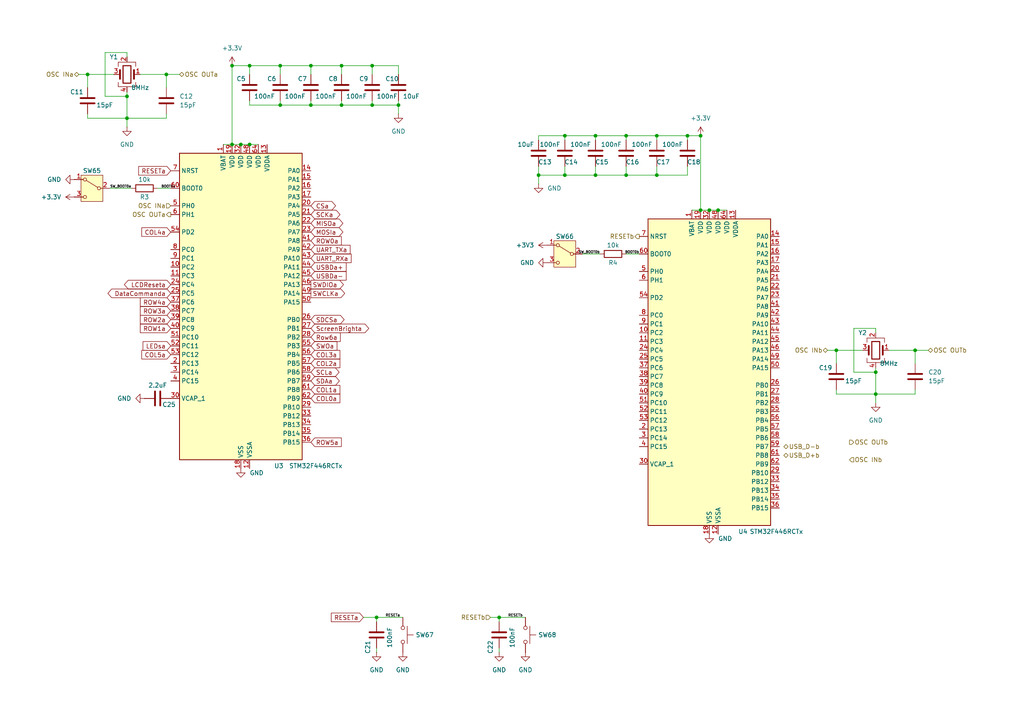
<source format=kicad_sch>
(kicad_sch (version 20250114) (generator "eeschema") (generator_version "9.0")
  (paper "A4")
  (title_block (title "STM32F10s"))
  (lib_symbols
    (symbol "Device:C" (pin_numbers (hide yes)) (pin_names (offset 0.254))
      (property "Reference" "C" (at 0.635 2.54 0))
      (property "Value" "C" (at 0.635 -2.54 0))
      (symbol "C_0_1"
        (polyline (pts (xy -2.032 0.762) (xy 2.032 0.762)) (stroke (width 0.508)))
        (polyline (pts (xy -2.032 -0.762) (xy 2.032 -0.762)) (stroke (width 0.508)))
      )
      (symbol "C_1_1"
        (pin passive line (at 0 3.81 270) (length 2.794) (name "~") (number "1"))
        (pin passive line (at 0 -3.81 90) (length 2.794) (name "~") (number "2"))
      )
    )
    (symbol "Device:Crystal_GND24" (pin_names (offset 1.016) (hide yes))
      (property "Reference" "Y" (at 3.175 5.08 0))
      (property "Value" "Crystal_GND24" (at 3.175 3.175 0))
      (symbol "Crystal_GND24_0_1"
        (polyline (pts (xy -2.54 2.286) (xy -2.54 3.556) (xy 2.54 3.556) (xy 2.54 2.286)))
        (polyline (pts (xy -2.54 0) (xy -2.032 0)))
        (polyline (pts (xy -2.54 -2.286) (xy -2.54 -3.556) (xy 2.54 -3.556) (xy 2.54 -2.286)))
        (polyline (pts (xy -2.032 -1.27) (xy -2.032 1.27)) (stroke (width 0.508)))
        (rectangle (start -1.143 2.54) (end 1.143 -2.54) (stroke (width 0.3048)))
        (polyline (pts (xy 0 3.556) (xy 0 3.81)))
        (polyline (pts (xy 0 -3.81) (xy 0 -3.556)))
        (polyline (pts (xy 2.032 0) (xy 2.54 0)))
        (polyline (pts (xy 2.032 -1.27) (xy 2.032 1.27)) (stroke (width 0.508)))
      )
      (symbol "Crystal_GND24_1_1"
        (pin passive line (at -3.81 0 0) (length 1.27) (name "1") (number "1"))
        (pin passive line (at 0 5.08 270) (length 1.27) (name "2") (number "2"))
        (pin passive line (at 0 -5.08 90) (length 1.27) (name "4") (number "4"))
        (pin passive line (at 3.81 0 180) (length 1.27) (name "3") (number "3"))
      )
    )
    (symbol "Device:R" (pin_numbers (hide yes)) (pin_names (offset 0))
      (property "Reference" "R" (at 2.032 0 90))
      (property "Value" "R" (at 0 0 90))
      (symbol "R_0_1"
        (rectangle (start -1.016 -2.54) (end 1.016 2.54) (stroke (width 0.254)))
      )
      (symbol "R_1_1"
        (pin passive line (at 0 3.81 270) (length 1.27) (name "~") (number "1"))
        (pin passive line (at 0 -3.81 90) (length 1.27) (name "~") (number "2"))
      )
    )
    (symbol "MCU_ST_STM32F4:STM32F446RCTx"
      (property "Reference" "U" (at -17.78 46.99 0))
      (property "Value" "STM32F446RCTx" (at 10.16 46.99 0))
      (symbol "STM32F446RCTx_0_1"
        (rectangle (start -17.78 -43.18) (end 17.78 45.72) (stroke (width 0.254)) (fill (type background)))
      )
      (symbol "STM32F446RCTx_1_1"
        (pin input line (at -20.32 40.64 0) (length 2.54) (name "NRST") (number "7"))
        (pin input line (at -20.32 35.56 0) (length 2.54) (name "BOOT0") (number "60"))
        (pin bidirectional line (at -20.32 30.48 0) (length 2.54) (name "PH0") (number "5"))
        (pin bidirectional line (at -20.32 27.94 0) (length 2.54) (name "PH1") (number "6"))
        (pin bidirectional line (at -20.32 22.86 0) (length 2.54) (name "PD2") (number "54"))
        (pin bidirectional line (at -20.32 17.78 0) (length 2.54) (name "PC0") (number "8"))
        (pin bidirectional line (at -20.32 15.24 0) (length 2.54) (name "PC1") (number "9"))
        (pin bidirectional line (at -20.32 12.7 0) (length 2.54) (name "PC2") (number "10"))
        (pin bidirectional line (at -20.32 10.16 0) (length 2.54) (name "PC3") (number "11"))
        (pin bidirectional line (at -20.32 7.62 0) (length 2.54) (name "PC4") (number "24"))
        (pin bidirectional line (at -20.32 5.08 0) (length 2.54) (name "PC5") (number "25"))
        (pin bidirectional line (at -20.32 2.54 0) (length 2.54) (name "PC6") (number "37"))
        (pin bidirectional line (at -20.32 0 0) (length 2.54) (name "PC7") (number "38"))
        (pin bidirectional line (at -20.32 -2.54 0) (length 2.54) (name "PC8") (number "39"))
        (pin bidirectional line (at -20.32 -5.08 0) (length 2.54) (name "PC9") (number "40"))
        (pin bidirectional line (at -20.32 -7.62 0) (length 2.54) (name "PC10") (number "51"))
        (pin bidirectional line (at -20.32 -10.16 0) (length 2.54) (name "PC11") (number "52"))
        (pin bidirectional line (at -20.32 -12.7 0) (length 2.54) (name "PC12") (number "53"))
        (pin bidirectional line (at -20.32 -15.24 0) (length 2.54) (name "PC13") (number "2"))
        (pin bidirectional line (at -20.32 -17.78 0) (length 2.54) (name "PC14") (number "3"))
        (pin bidirectional line (at -20.32 -20.32 0) (length 2.54) (name "PC15") (number "4"))
        (pin power_out line (at -20.32 -25.4 0) (length 2.54) (name "VCAP_1") (number "30"))
        (pin power_in line (at -5.08 48.26 270) (length 2.54) (name "VBAT") (number "1"))
        (pin power_in line (at -2.54 48.26 270) (length 2.54) (name "VDD") (number "19"))
        (pin power_in line (at 0 48.26 270) (length 2.54) (name "VDD") (number "32"))
        (pin power_in line (at 0 -45.72 90) (length 2.54) (name "VSS") (number "18"))
        (pin passive line (at 0 -45.72 90) (length 2.54) (hide yes) (name "VSS") (number "31"))
        (pin passive line (at 0 -45.72 90) (length 2.54) (hide yes) (name "VSS") (number "47"))
        (pin passive line (at 0 -45.72 90) (length 2.54) (hide yes) (name "VSS") (number "63"))
        (pin power_in line (at 2.54 48.26 270) (length 2.54) (name "VDD") (number "48"))
        (pin power_in line (at 2.54 -45.72 90) (length 2.54) (name "VSSA") (number "12"))
        (pin power_in line (at 5.08 48.26 270) (length 2.54) (name "VDD") (number "64"))
        (pin power_in line (at 7.62 48.26 270) (length 2.54) (name "VDDA") (number "13"))
        (pin bidirectional line (at 20.32 40.64 180) (length 2.54) (name "PA0") (number "14"))
        (pin bidirectional line (at 20.32 38.1 180) (length 2.54) (name "PA1") (number "15"))
        (pin bidirectional line (at 20.32 35.56 180) (length 2.54) (name "PA2") (number "16"))
        (pin bidirectional line (at 20.32 33.02 180) (length 2.54) (name "PA3") (number "17"))
        (pin bidirectional line (at 20.32 30.48 180) (length 2.54) (name "PA4") (number "20"))
        (pin bidirectional line (at 20.32 27.94 180) (length 2.54) (name "PA5") (number "21"))
        (pin bidirectional line (at 20.32 25.4 180) (length 2.54) (name "PA6") (number "22"))
        (pin bidirectional line (at 20.32 22.86 180) (length 2.54) (name "PA7") (number "23"))
        (pin bidirectional line (at 20.32 20.32 180) (length 2.54) (name "PA8") (number "41"))
        (pin bidirectional line (at 20.32 17.78 180) (length 2.54) (name "PA9") (number "42"))
        (pin bidirectional line (at 20.32 15.24 180) (length 2.54) (name "PA10") (number "43"))
        (pin bidirectional line (at 20.32 12.7 180) (length 2.54) (name "PA11") (number "44"))
        (pin bidirectional line (at 20.32 10.16 180) (length 2.54) (name "PA12") (number "45"))
        (pin bidirectional line (at 20.32 7.62 180) (length 2.54) (name "PA13") (number "46"))
        (pin bidirectional line (at 20.32 5.08 180) (length 2.54) (name "PA14") (number "49"))
        (pin bidirectional line (at 20.32 2.54 180) (length 2.54) (name "PA15") (number "50"))
        (pin bidirectional line (at 20.32 -2.54 180) (length 2.54) (name "PB0") (number "26"))
        (pin bidirectional line (at 20.32 -5.08 180) (length 2.54) (name "PB1") (number "27"))
        (pin bidirectional line (at 20.32 -7.62 180) (length 2.54) (name "PB2") (number "28"))
        (pin bidirectional line (at 20.32 -10.16 180) (length 2.54) (name "PB3") (number "55"))
        (pin bidirectional line (at 20.32 -12.7 180) (length 2.54) (name "PB4") (number "56"))
        (pin bidirectional line (at 20.32 -15.24 180) (length 2.54) (name "PB5") (number "57"))
        (pin bidirectional line (at 20.32 -17.78 180) (length 2.54) (name "PB6") (number "58"))
        (pin bidirectional line (at 20.32 -20.32 180) (length 2.54) (name "PB7") (number "59"))
        (pin bidirectional line (at 20.32 -22.86 180) (length 2.54) (name "PB8") (number "61"))
        (pin bidirectional line (at 20.32 -25.4 180) (length 2.54) (name "PB9") (number "62"))
        (pin bidirectional line (at 20.32 -27.94 180) (length 2.54) (name "PB10") (number "29"))
        (pin bidirectional line (at 20.32 -30.48 180) (length 2.54) (name "PB12") (number "33"))
        (pin bidirectional line (at 20.32 -33.02 180) (length 2.54) (name "PB13") (number "34"))
        (pin bidirectional line (at 20.32 -35.56 180) (length 2.54) (name "PB14") (number "35"))
        (pin bidirectional line (at 20.32 -38.1 180) (length 2.54) (name "PB15") (number "36"))
      )
    )
    (symbol "Switch:SW_Push" (pin_numbers (hide yes)) (pin_names (offset 1.016) (hide yes))
      (property "Reference" "SW" (at 1.27 2.54 0))
      (property "Value" "SW_Push" (at 0 -1.524 0))
      (symbol "SW_Push_0_1"
        (circle (center -2.032 0) (radius 0.508))
        (polyline (pts (xy 0 1.27) (xy 0 3.048)))
        (circle (center 2.032 0) (radius 0.508))
        (polyline (pts (xy 2.54 1.27) (xy -2.54 1.27)))
        (pin passive line (at -5.08 0 0) (length 2.54) (name "1") (number "1"))
        (pin passive line (at 5.08 0 180) (length 2.54) (name "2") (number "2"))
      )
    )
    (symbol "Switch:SW_SPDT" (pin_names (offset 0) (hide yes))
      (property "Reference" "SW" (at 0 5.08 0))
      (property "Value" "SW_SPDT" (at 0 -5.08 0))
      (symbol "SW_SPDT_0_1"
        (circle (center -2.032 0) (radius 0.4572))
        (polyline (pts (xy -1.651 0.254) (xy 1.651 2.286)))
        (circle (center 2.032 2.54) (radius 0.4572))
        (circle (center 2.032 -2.54) (radius 0.4572))
      )
      (symbol "SW_SPDT_1_1"
        (rectangle (start -3.175 3.81) (end 3.175 -3.81) (fill (type background)))
        (pin passive line (at -5.08 0 0) (length 2.54) (name "B") (number "2"))
        (pin passive line (at 5.08 2.54 180) (length 2.54) (name "A") (number "1"))
        (pin passive line (at 5.08 -2.54 180) (length 2.54) (name "C") (number "3"))
      )
    )
    (symbol "power:+3.3V" (power) (pin_numbers (hide yes)) (pin_names (offset 0) (hide yes))
      (property "Value" "+3.3V" (at 0 3.556 0))
      (symbol "+3.3V_0_1"
        (polyline (pts (xy -0.762 1.27) (xy 0 2.54)))
        (polyline (pts (xy 0 2.54) (xy 0.762 1.27)))
        (polyline (pts (xy 0 0) (xy 0 2.54)))
      )
      (symbol "+3.3V_1_1"
        (pin power_in line (at 0 0 90) (length 0) (name "~") (number "1"))
      )
    )
    (symbol "power:+3V3" (power) (pin_numbers (hide yes)) (pin_names (offset 0) (hide yes))
      (property "Value" "+3V3" (at 0 3.556 0))
      (symbol "+3V3_0_1"
        (polyline (pts (xy -0.762 1.27) (xy 0 2.54)))
        (polyline (pts (xy 0 2.54) (xy 0.762 1.27)))
        (polyline (pts (xy 0 0) (xy 0 2.54)))
      )
      (symbol "+3V3_1_1"
        (pin power_in line (at 0 0 90) (length 0) (name "~") (number "1"))
      )
    )
    (symbol "power:GND" (power) (pin_numbers (hide yes)) (pin_names (offset 0) (hide yes))
      (property "Value" "GND" (at 0 -3.81 0))
      (symbol "GND_0_1"
        (polyline (pts (xy 0 0) (xy 0 -1.27) (xy 1.27 -1.27) (xy 0 -2.54) (xy -1.27 -1.27) (xy 0 -1.27)))
      )
      (symbol "GND_1_1"
        (pin power_in line (at 0 0 270) (length 0) (name "~") (number "1"))
      )
    )
  )
  (junction (at 81.28 30.48))
  (junction (at 242.57 101.6))
  (junction (at 254 114.3))
  (junction (at 163.83 50.8))
  (junction (at 48.26 21.59))
  (junction (at 67.31 41.91))
  (junction (at 90.17 30.48))
  (junction (at 254 107.95))
  (junction (at 190.5 50.8))
  (junction (at 208.28 60.96))
  (junction (at 205.74 60.96))
  (junction (at 199.39 39.37))
  (junction (at 181.61 39.37))
  (junction (at 107.95 19.05))
  (junction (at 190.5 39.37))
  (junction (at 90.17 19.05))
  (junction (at 265.43 101.6))
  (junction (at 69.85 41.91))
  (junction (at 25.4 21.59))
  (junction (at 99.06 19.05))
  (junction (at 72.39 19.05))
  (junction (at 203.2 60.96))
  (junction (at 203.2 39.37))
  (junction (at 99.06 30.48))
  (junction (at 172.72 50.8))
  (junction (at 81.28 19.05))
  (junction (at 163.83 39.37))
  (junction (at 36.83 34.29))
  (junction (at 107.95 30.48))
  (junction (at 156.21 50.8))
  (junction (at 144.78 179.07))
  (junction (at 67.31 19.05))
  (junction (at 109.22 179.07))
  (junction (at 172.72 39.37))
  (junction (at 72.39 41.91))
  (junction (at 181.61 50.8))
  (junction (at 115.57 30.48))
  (junction (at 36.83 27.94))
  (wire (pts (xy 172.72 50.8) (xy 163.83 50.8)))
  (wire (pts (xy 49.53 54.61) (xy 45.72 54.61)))
  (wire (pts (xy 72.39 21.59) (xy 72.39 19.05)))
  (wire (pts (xy 156.21 50.8) (xy 156.21 53.34)))
  (wire (pts (xy 38.1 54.61) (xy 31.75 54.61)))
  (wire (pts (xy 81.28 29.21) (xy 81.28 30.48)))
  (wire (pts (xy 208.28 60.96) (xy 210.82 60.96)))
  (wire (pts (xy 203.2 60.96) (xy 205.74 60.96)))
  (wire (pts (xy 265.43 101.6) (xy 269.24 101.6)))
  (wire (pts (xy 48.26 34.29) (xy 48.26 33.02)))
  (wire (pts (xy 181.61 39.37) (xy 172.72 39.37)))
  (wire (pts (xy 99.06 29.21) (xy 99.06 30.48)))
  (wire (pts (xy 265.43 114.3) (xy 265.43 113.03)))
  (wire (pts (xy 199.39 48.26) (xy 199.39 50.8)))
  (wire (pts (xy 163.83 50.8) (xy 156.21 50.8)))
  (wire (pts (xy 115.57 29.21) (xy 115.57 30.48)))
  (wire (pts (xy 190.5 39.37) (xy 181.61 39.37)))
  (wire (pts (xy 67.31 41.91) (xy 69.85 41.91)))
  (wire (pts (xy 72.39 29.21) (xy 72.39 30.48)))
  (wire (pts (xy 257.81 101.6) (xy 265.43 101.6)))
  (wire (pts (xy 247.65 95.25) (xy 247.65 107.95)))
  (wire (pts (xy 25.4 21.59) (xy 33.02 21.59)))
  (wire (pts (xy 205.74 60.96) (xy 208.28 60.96)))
  (wire (pts (xy 173.99 73.66) (xy 168.91 73.66)))
  (wire (pts (xy 67.31 19.05) (xy 72.39 19.05)))
  (wire (pts (xy 242.57 114.3) (xy 254 114.3)))
  (wire (pts (xy 90.17 21.59) (xy 90.17 19.05)))
  (wire (pts (xy 36.83 34.29) (xy 48.26 34.29)))
  (wire (pts (xy 25.4 21.59) (xy 25.4 25.4)))
  (wire (pts (xy 105.41 179.07) (xy 109.22 179.07)))
  (wire (pts (xy 81.28 19.05) (xy 90.17 19.05)))
  (wire (pts (xy 242.57 101.6) (xy 242.57 105.41)))
  (wire (pts (xy 190.5 50.8) (xy 181.61 50.8)))
  (wire (pts (xy 36.83 27.94) (xy 36.83 34.29)))
  (wire (pts (xy 90.17 29.21) (xy 90.17 30.48)))
  (wire (pts (xy 81.28 30.48) (xy 90.17 30.48)))
  (wire (pts (xy 172.72 40.64) (xy 172.72 39.37)))
  (wire (pts (xy 36.83 15.24) (xy 36.83 16.51)))
  (wire (pts (xy 203.2 39.37) (xy 203.2 60.96)))
  (wire (pts (xy 30.48 15.24) (xy 30.48 27.94)))
  (wire (pts (xy 36.83 36.83) (xy 36.83 34.29)))
  (wire (pts (xy 240.03 101.6) (xy 242.57 101.6)))
  (wire (pts (xy 90.17 30.48) (xy 99.06 30.48)))
  (wire (pts (xy 40.64 21.59) (xy 48.26 21.59)))
  (wire (pts (xy 72.39 19.05) (xy 81.28 19.05)))
  (wire (pts (xy 242.57 114.3) (xy 242.57 113.03)))
  (wire (pts (xy 254 107.95) (xy 254 114.3)))
  (wire (pts (xy 30.48 15.24) (xy 36.83 15.24)))
  (wire (pts (xy 199.39 39.37) (xy 203.2 39.37)))
  (wire (pts (xy 163.83 39.37) (xy 156.21 39.37)))
  (wire (pts (xy 254 95.25) (xy 254 96.52)))
  (wire (pts (xy 254 114.3) (xy 265.43 114.3)))
  (wire (pts (xy 156.21 40.64) (xy 156.21 39.37)))
  (wire (pts (xy 200.66 60.96) (xy 203.2 60.96)))
  (wire (pts (xy 69.85 41.91) (xy 72.39 41.91)))
  (wire (pts (xy 163.83 50.8) (xy 163.83 48.26)))
  (wire (pts (xy 48.26 21.59) (xy 48.26 25.4)))
  (wire (pts (xy 115.57 33.02) (xy 115.57 30.48)))
  (wire (pts (xy 30.48 27.94) (xy 36.83 27.94)))
  (wire (pts (xy 99.06 21.59) (xy 99.06 19.05)))
  (wire (pts (xy 190.5 40.64) (xy 190.5 39.37)))
  (wire (pts (xy 144.78 179.07) (xy 152.4 179.07)))
  (wire (pts (xy 190.5 39.37) (xy 199.39 39.37)))
  (wire (pts (xy 25.4 34.29) (xy 36.83 34.29)))
  (wire (pts (xy 142.24 179.07) (xy 144.78 179.07)))
  (wire (pts (xy 247.65 95.25) (xy 254 95.25)))
  (wire (pts (xy 22.86 21.59) (xy 25.4 21.59)))
  (wire (pts (xy 67.31 19.05) (xy 67.31 41.91)))
  (wire (pts (xy 181.61 40.64) (xy 181.61 39.37)))
  (wire (pts (xy 64.77 41.91) (xy 67.31 41.91)))
  (wire (pts (xy 265.43 101.6) (xy 265.43 105.41)))
  (wire (pts (xy 90.17 19.05) (xy 99.06 19.05)))
  (wire (pts (xy 199.39 50.8) (xy 190.5 50.8)))
  (wire (pts (xy 144.78 187.96) (xy 144.78 189.23)))
  (wire (pts (xy 72.39 30.48) (xy 81.28 30.48)))
  (wire (pts (xy 144.78 180.34) (xy 144.78 179.07)))
  (wire (pts (xy 247.65 107.95) (xy 254 107.95)))
  (wire (pts (xy 99.06 30.48) (xy 107.95 30.48)))
  (wire (pts (xy 107.95 19.05) (xy 107.95 21.59)))
  (wire (pts (xy 25.4 34.29) (xy 25.4 33.02)))
  (wire (pts (xy 109.22 179.07) (xy 116.84 179.07)))
  (wire (pts (xy 81.28 21.59) (xy 81.28 19.05)))
  (wire (pts (xy 185.42 73.66) (xy 181.61 73.66)))
  (wire (pts (xy 181.61 50.8) (xy 172.72 50.8)))
  (wire (pts (xy 254 107.95) (xy 254 106.68)))
  (wire (pts (xy 48.26 21.59) (xy 52.07 21.59)))
  (wire (pts (xy 254 116.84) (xy 254 114.3)))
  (wire (pts (xy 72.39 41.91) (xy 74.93 41.91)))
  (wire (pts (xy 99.06 19.05) (xy 107.95 19.05)))
  (wire (pts (xy 190.5 48.26) (xy 190.5 50.8)))
  (wire (pts (xy 107.95 29.21) (xy 107.95 30.48)))
  (wire (pts (xy 156.21 50.8) (xy 156.21 48.26)))
  (wire (pts (xy 107.95 30.48) (xy 115.57 30.48)))
  (wire (pts (xy 163.83 40.64) (xy 163.83 39.37)))
  (wire (pts (xy 172.72 39.37) (xy 163.83 39.37)))
  (wire (pts (xy 242.57 101.6) (xy 250.19 101.6)))
  (wire (pts (xy 115.57 19.05) (xy 115.57 21.59)))
  (wire (pts (xy 172.72 48.26) (xy 172.72 50.8)))
  (wire (pts (xy 109.22 187.96) (xy 109.22 189.23)))
  (wire (pts (xy 107.95 19.05) (xy 115.57 19.05)))
  (wire (pts (xy 36.83 27.94) (xy 36.83 26.67)))
  (wire (pts (xy 199.39 39.37) (xy 199.39 40.64)))
  (wire (pts (xy 181.61 48.26) (xy 181.61 50.8)))
  (wire (pts (xy 109.22 180.34) (xy 109.22 179.07)))
  (label "BOOT0a" (at 46.736 54.61 0) (effects (font (size 0.7 0.7))))
  (label "RESETa" (at 111.76 179.07 0) (effects (font (size 0.762 0.762))))
  (label "SW_BOOT0b" (at 173.99 73.66 180) (effects (font (size 0.7 0.7))))
  (label "RESETb" (at 147.32 179.07 0) (effects (font (size 0.762 0.762))))
  (label "BOOT0b" (at 185.42 73.66 180) (effects (font (size 0.7 0.7))))
  (label "SW_BOOT0a" (at 38.1 54.61 180) (effects (font (size 0.7 0.7))))
  (global_label "RESETa" (shape input) (at 105.41 179.07 180) (property "Intersheetrefs" "${INTERSHEET_REFS}" (effects (hide yes))))
  (global_label "COL1a" (shape input) (at 90.17 113.03 0) (property "Intersheetrefs" "${INTERSHEET_REFS}" (effects (hide yes))))
  (global_label "SWDIOa" (shape output) (at 90.17 82.55 0) (property "Intersheetrefs" "${INTERSHEET_REFS}" (effects (hide yes))))
  (global_label "MOSIa" (shape bidirectional) (at 90.17 67.31 0) (property "Intersheetrefs" "${INTERSHEET_REFS}" (effects (hide yes))))
  (global_label "RESETa" (shape input) (at 49.53 49.53 180) (property "Intersheetrefs" "${INTERSHEET_REFS}" (effects (hide yes))))
  (global_label "COL5a" (shape input) (at 49.53 102.87 180) (property "Intersheetrefs" "${INTERSHEET_REFS}" (effects (hide yes))))
  (global_label "LCDReseta" (shape bidirectional) (at 49.53 82.55 180) (property "Intersheetrefs" "${INTERSHEET_REFS}" (effects (hide yes))))
  (global_label "Row6a" (shape input) (at 90.17 97.79 0) (property "Intersheetrefs" "${INTERSHEET_REFS}" (effects (hide yes))))
  (global_label "ROW2a" (shape input) (at 49.53 92.71 180) (property "Intersheetrefs" "${INTERSHEET_REFS}" (effects (hide yes))))
  (global_label "UART_TXa" (shape input) (at 90.17 72.39 0) (property "Intersheetrefs" "${INTERSHEET_REFS}" (effects (hide yes))))
  (global_label "LEDsa" (shape input) (at 49.53 100.33 180) (property "Intersheetrefs" "${INTERSHEET_REFS}" (effects (hide yes))))
  (global_label "SWCLKa" (shape output) (at 90.17 85.09 0) (property "Intersheetrefs" "${INTERSHEET_REFS}" (effects (hide yes))))
  (global_label "COL3a" (shape input) (at 90.17 102.87 0) (property "Intersheetrefs" "${INTERSHEET_REFS}" (effects (hide yes))))
  (global_label "UART_RXa" (shape input) (at 90.17 74.93 0) (property "Intersheetrefs" "${INTERSHEET_REFS}" (effects (hide yes))))
  (global_label "DataCommanda" (shape bidirectional) (at 49.53 85.09 180) (property "Intersheetrefs" "${INTERSHEET_REFS}" (effects (hide yes))))
  (global_label "SCKa" (shape bidirectional) (at 90.17 62.23 0) (property "Intersheetrefs" "${INTERSHEET_REFS}" (effects (hide yes))))
  (global_label "ROW0a" (shape input) (at 90.17 69.85 0) (property "Intersheetrefs" "${INTERSHEET_REFS}" (effects (hide yes))))
  (global_label "SCLa" (shape bidirectional) (at 90.17 107.95 0) (property "Intersheetrefs" "${INTERSHEET_REFS}" (effects (hide yes))))
  (global_label "ROW1a" (shape input) (at 49.53 95.25 180) (property "Intersheetrefs" "${INTERSHEET_REFS}" (effects (hide yes))))
  (global_label "MISOa" (shape bidirectional) (at 90.17 64.77 0) (property "Intersheetrefs" "${INTERSHEET_REFS}" (effects (hide yes))))
  (global_label "SDCSa" (shape bidirectional) (at 90.17 92.71 0) (property "Intersheetrefs" "${INTERSHEET_REFS}" (effects (hide yes))))
  (global_label "ROW5a" (shape input) (at 90.17 128.27 0) (property "Intersheetrefs" "${INTERSHEET_REFS}" (effects (hide yes))))
  (global_label "CSa" (shape bidirectional) (at 90.17 59.69 0) (property "Intersheetrefs" "${INTERSHEET_REFS}" (effects (hide yes))))
  (global_label "USBDa+" (shape input) (at 90.17 77.47 0) (property "Intersheetrefs" "${INTERSHEET_REFS}" (effects (hide yes))))
  (global_label "SWOa" (shape input) (at 90.17 100.33 0) (property "Intersheetrefs" "${INTERSHEET_REFS}" (effects (hide yes))))
  (global_label "ROW3a" (shape input) (at 49.53 90.17 180) (property "Intersheetrefs" "${INTERSHEET_REFS}" (effects (hide yes))))
  (global_label "COL0a" (shape input) (at 90.17 115.57 0) (property "Intersheetrefs" "${INTERSHEET_REFS}" (effects (hide yes))))
  (global_label "COL4a" (shape input) (at 49.53 67.31 180) (property "Intersheetrefs" "${INTERSHEET_REFS}" (effects (hide yes))))
  (global_label "ScreenBrighta" (shape bidirectional) (at 90.17 95.25 0) (property "Intersheetrefs" "${INTERSHEET_REFS}" (effects (hide yes))))
  (global_label "ROW4a" (shape input) (at 49.53 87.63 180) (property "Intersheetrefs" "${INTERSHEET_REFS}" (effects (hide yes))))
  (global_label "USBDa-" (shape input) (at 90.17 80.01 0) (property "Intersheetrefs" "${INTERSHEET_REFS}" (effects (hide yes))))
  (global_label "SDAa" (shape bidirectional) (at 90.17 110.49 0) (property "Intersheetrefs" "${INTERSHEET_REFS}" (effects (hide yes))))
  (global_label "COL2a" (shape input) (at 90.17 105.41 0) (property "Intersheetrefs" "${INTERSHEET_REFS}" (effects (hide yes))))
  (hierarchical_label "OSC OUTa" (shape bidirectional) (at 52.07 21.59 0))
  (hierarchical_label "OSC INa" (shape bidirectional) (at 22.86 21.59 180))
  (hierarchical_label "OSC INb" (shape input) (at 246.38 133.35 0))
  (hierarchical_label "USB_D+b" (shape bidirectional) (at 227.33 132.08 0))
  (hierarchical_label "OSC INb" (shape bidirectional) (at 240.03 101.6 180))
  (hierarchical_label "RESETb" (shape input) (at 142.24 179.07 180))
  (hierarchical_label "OSC OUTa" (shape output) (at 49.53 62.23 180))
  (hierarchical_label "OSC INa" (shape input) (at 49.53 59.69 180))
  (hierarchical_label "USB_D-b" (shape bidirectional) (at 227.33 129.54 0))
  (hierarchical_label "OSC OUTb" (shape output) (at 246.38 128.27 0))
  (hierarchical_label "OSC OUTb" (shape bidirectional) (at 269.24 101.6 0))
  (hierarchical_label "RESETb" (shape output) (at 185.42 68.58 180))
  (symbol (lib_id "power:+3V3") (at 158.75 71.12 90) (unit 1)
    (property "Reference" "#PWR033" (effects (hide yes)))
    (property "Value" "+3V3" (at 154.94 71.1201 90) (effects (justify left)))
    (property "Description" "Power symbol creates a global label with name \"+3V3\"" (effects (hide yes)))
  )
  (symbol (lib_id "power:GND") (at 69.85 135.89 0) (unit 1)
    (property "Reference" "#PWR035" (effects (hide yes)))
    (property "Value" "GND" (at 72.39 137.1599 0) (effects (justify left)))
    (property "Description" "Power symbol creates a global label with name \"GND\" , ground" (effects (hide yes)))
  )
  (symbol (lib_id "power:GND") (at 21.59 52.07 270) (unit 1)
    (property "Reference" "#PWR029" (effects (hide yes)))
    (property "Value" "GND" (at 17.78 52.0701 90) (effects (justify right)))
    (property "Description" "Power symbol creates a global label with name \"GND\" , ground" (effects (hide yes)))
  )
  (symbol (lib_id "power:GND") (at 152.4 189.23 0) (unit 1)
    (property "Reference" "#PWR040" (effects (hide yes)))
    (property "Value" "GND" (at 152.4 194.31 0))
    (property "Description" "Power symbol creates a global label with name \"GND\" , ground" (effects (hide yes)))
  )
  (symbol (lib_id "Device:R") (at 177.8 73.66 270) (unit 1)
    (property "Reference" "R4" (at 177.8 76.2 90))
    (property "Value" "10k" (at 177.8 71.12 90))
    (property "Footprint" "Resistor_SMD:R_0402_1005Metric_Pad0.72x0.64mm_HandSolder" (effects (hide yes)))
  )
  (symbol (lib_id "power:GND") (at 156.21 53.34 0) (unit 1)
    (property "Reference" "#PWR030" (effects (hide yes)))
    (property "Value" "GND" (at 158.75 54.6099 0) (effects (justify left)))
    (property "Description" "Power symbol creates a global label with name \"GND\" , ground" (effects (hide yes)))
  )
  (symbol (lib_id "Device:C") (at 163.83 44.45 180) (unit 1)
    (property "Reference" "C14" (at 167.64 46.99 0) (effects (justify left)))
    (property "Value" "100nF" (at 162.56 41.91 0) (effects (justify left)))
    (property "Footprint" "Capacitor_SMD:C_0201_0603Metric_Pad0.64x0.40mm_HandSolder" (effects (hide yes)))
  )
  (symbol (lib_id "power:GND") (at 158.75 76.2 270) (unit 1)
    (property "Reference" "#PWR032" (effects (hide yes)))
    (property "Value" "GND" (at 154.94 76.2001 90) (effects (justify right)))
    (property "Description" "Power symbol creates a global label with name \"GND\" , ground" (effects (hide yes)))
  )
  (symbol (lib_id "power:GND") (at 41.91 115.57 270) (unit 1)
    (property "Reference" "#PWR0107" (effects (hide yes)))
    (property "Value" "GND" (at 38.1 115.5699 90) (effects (justify right)))
    (property "Description" "Power symbol creates a global label with name \"GND\" , ground" (effects (hide yes)))
  )
  (symbol (lib_id "Device:C") (at 115.57 25.4 0) (unit 1)
    (property "Reference" "C10" (at 111.76 22.86 0) (effects (justify left)))
    (property "Value" "10uF" (at 116.84 27.94 0) (effects (justify left)))
    (property "Footprint" "Capacitor_SMD:C_1206_3216Metric_Pad1.33x1.80mm_HandSolder" (effects (hide yes)))
  )
  (symbol (lib_id "Switch:SW_Push") (at 152.4 184.15 270) (unit 1)
    (property "Reference" "SW68" (at 158.75 184.15 90))
    (property "Value" "SW_Push" (effects (hide yes)))
    (property "Footprint" "Custom Lib:SW_TL3330_EWI" (effects (hide yes)))
  )
  (symbol (lib_id "Switch:SW_Push") (at 116.84 184.15 270) (unit 1)
    (property "Reference" "SW67" (at 123.19 184.15 90))
    (property "Value" "SW_Push" (effects (hide yes)))
    (property "Footprint" "Custom Lib:SW_TL3330_EWI" (effects (hide yes)))
  )
  (symbol (lib_id "Device:C") (at 109.22 184.15 180) (unit 1)
    (property "Reference" "C21" (at 106.68 187.706 90))
    (property "Value" "100nF" (at 113.03 184.912 90))
    (property "Footprint" "Capacitor_SMD:C_0201_0603Metric_Pad0.64x0.40mm_HandSolder" (effects (hide yes)))
  )
  (symbol (lib_id "Device:R") (at 41.91 54.61 270) (unit 1)
    (property "Reference" "R3" (at 41.91 57.15 90))
    (property "Value" "10k" (at 41.91 52.07 90))
    (property "Footprint" "Resistor_SMD:R_0402_1005Metric_Pad0.72x0.64mm_HandSolder" (effects (hide yes)))
  )
  (symbol (lib_id "power:+3.3V") (at 67.31 19.05 0) (unit 1)
    (property "Reference" "#PWR025" (effects (hide yes)))
    (property "Value" "+3.3V" (at 67.31 13.97 0))
    (property "Description" "Power symbol creates a global label with name \"+3.3V\"" (effects (hide yes)))
  )
  (symbol (lib_id "Device:C") (at 72.39 25.4 0) (unit 1)
    (property "Reference" "C5" (at 68.58 22.86 0) (effects (justify left)))
    (property "Value" "100nF" (at 73.66 27.94 0) (effects (justify left)))
    (property "Footprint" "Capacitor_SMD:C_0201_0603Metric_Pad0.64x0.40mm_HandSolder" (effects (hide yes)))
  )
  (symbol (lib_id "Device:C") (at 190.5 44.45 180) (unit 1)
    (property "Reference" "C17" (at 194.31 46.99 0) (effects (justify left)))
    (property "Value" "100nF" (at 189.23 41.91 0) (effects (justify left)))
    (property "Footprint" "Capacitor_SMD:C_0201_0603Metric_Pad0.64x0.40mm_HandSolder" (effects (hide yes)))
  )
  (symbol (lib_id "power:GND") (at 115.57 33.02 0) (unit 1)
    (property "Reference" "#PWR026" (effects (hide yes)))
    (property "Value" "GND" (at 115.57 38.1 0))
    (property "Description" "Power symbol creates a global label with name \"GND\" , ground" (effects (hide yes)))
  )
  (symbol (lib_id "power:GND") (at 109.22 189.23 0) (unit 1)
    (property "Reference" "#PWR037" (effects (hide yes)))
    (property "Value" "GND" (at 109.22 194.31 0))
    (property "Description" "Power symbol creates a global label with name \"GND\" , ground" (effects (hide yes)))
  )
  (symbol (lib_id "MCU_ST_STM32F4:STM32F446RCTx") (at 69.85 90.17 0) (unit 1)
    (property "Reference" "U3" (at 79.502 135.128 0) (effects (justify left)))
    (property "Value" "STM32F446RCTx" (at 83.82 135.128 0) (effects (justify left)))
    (property "Footprint" "Package_QFP:LQFP-64_10x10mm_P0.5mm" (effects (hide yes)))
    (property "Datasheet" "https://www.st.com/resource/en/datasheet/stm32f446rc.pdf" (effects (hide yes)))
    (property "Description" "STMicroelectronics Arm Cortex-M4 MCU, 256KB flash, 128KB RAM, 180 MHz, 1.8-3.6V, 50 GPIO, LQFP64" (effects (hide yes)))
  )
  (symbol (lib_id "Switch:SW_SPDT") (at 163.83 73.66 0) (mirror y) (unit 1)
    (property "Reference" "SW66" (at 163.83 68.58 0))
    (property "Value" "SW_SPDT" (effects (hide yes)))
    (property "Footprint" "Custom Lib:SLW-66527511-SMT-TR_CUD" (effects (hide yes)))
  )
  (symbol (lib_id "Device:C") (at 265.43 109.22 0) (unit 1)
    (property "Reference" "C20" (at 269.24 107.9499 0) (effects (justify left)))
    (property "Value" "15pF" (at 269.24 110.4899 0) (effects (justify left)))
    (property "Footprint" "Capacitor_SMD:C_0402_1005Metric_Pad0.74x0.62mm_HandSolder" (effects (hide yes)))
  )
  (symbol (lib_id "Device:Crystal_GND24") (at 36.83 21.59 0) (mirror y) (unit 1)
    (property "Reference" "Y1" (at 33.02 16.51 0))
    (property "Value" "8MHz" (at 40.64 25.4 0))
    (property "Footprint" "Crystal:Crystal_SMD_Abracon_ABM3B-4Pin_5.0x3.2mm" (effects (hide yes)))
  )
  (symbol (lib_id "Device:C") (at 172.72 44.45 180) (unit 1)
    (property "Reference" "C15" (at 176.53 46.99 0) (effects (justify left)))
    (property "Value" "100nF" (at 171.45 41.91 0) (effects (justify left)))
    (property "Footprint" "Capacitor_SMD:C_0201_0603Metric_Pad0.64x0.40mm_HandSolder" (effects (hide yes)))
  )
  (symbol (lib_id "Device:C") (at 156.21 44.45 180) (unit 1)
    (property "Reference" "C13" (at 160.02 46.99 0) (effects (justify left)))
    (property "Value" "10uF" (at 154.94 41.91 0) (effects (justify left)))
    (property "Footprint" "Capacitor_SMD:C_1206_3216Metric_Pad1.33x1.80mm_HandSolder" (effects (hide yes)))
  )
  (symbol (lib_id "Device:C") (at 90.17 25.4 0) (unit 1)
    (property "Reference" "C7" (at 86.36 22.86 0) (effects (justify left)))
    (property "Value" "100nF" (at 91.44 27.94 0) (effects (justify left)))
    (property "Footprint" "Capacitor_SMD:C_0201_0603Metric_Pad0.64x0.40mm_HandSolder" (effects (hide yes)))
  )
  (symbol (lib_id "Device:C") (at 25.4 29.21 0) (unit 1)
    (property "Reference" "C11" (at 20.32 26.67 0) (effects (justify left)))
    (property "Value" "15pF" (at 27.94 30.48 0) (effects (justify left)))
    (property "Footprint" "Capacitor_SMD:C_0402_1005Metric_Pad0.74x0.62mm_HandSolder" (effects (hide yes)))
  )
  (symbol (lib_id "Device:C") (at 48.26 29.21 0) (unit 1)
    (property "Reference" "C12" (at 52.07 27.9399 0) (effects (justify left)))
    (property "Value" "15pF" (at 52.07 30.4799 0) (effects (justify left)))
    (property "Footprint" "Capacitor_SMD:C_0402_1005Metric_Pad0.74x0.62mm_HandSolder" (effects (hide yes)))
  )
  (symbol (lib_id "power:GND") (at 36.83 36.83 0) (unit 1)
    (property "Reference" "#PWR027" (effects (hide yes)))
    (property "Value" "GND" (at 36.83 41.91 0))
    (property "Description" "Power symbol creates a global label with name \"GND\" , ground" (effects (hide yes)))
  )
  (symbol (lib_id "Device:C") (at 144.78 184.15 180) (unit 1)
    (property "Reference" "C22" (at 142.24 187.706 90))
    (property "Value" "100nF" (at 148.59 184.912 90))
    (property "Footprint" "Capacitor_SMD:C_0201_0603Metric_Pad0.64x0.40mm_HandSolder" (effects (hide yes)))
  )
  (symbol (lib_id "Device:C") (at 242.57 109.22 0) (unit 1)
    (property "Reference" "C19" (at 237.49 106.68 0) (effects (justify left)))
    (property "Value" "15pF" (at 245.11 110.49 0) (effects (justify left)))
    (property "Footprint" "Capacitor_SMD:C_0402_1005Metric_Pad0.74x0.62mm_HandSolder" (effects (hide yes)))
  )
  (symbol (lib_id "Device:Crystal_GND24") (at 254 101.6 0) (mirror y) (unit 1)
    (property "Reference" "Y2" (at 250.19 96.52 0))
    (property "Value" "8MHz" (at 257.81 105.41 0))
    (property "Footprint" "Crystal:Crystal_SMD_Abracon_ABM3B-4Pin_5.0x3.2mm" (effects (hide yes)))
  )
  (symbol (lib_id "power:+3.3V") (at 21.59 57.15 90) (unit 1)
    (property "Reference" "#PWR031" (effects (hide yes)))
    (property "Value" "+3.3V" (at 17.78 57.1501 90) (effects (justify left)))
    (property "Description" "Power symbol creates a global label with name \"+3.3V\"" (effects (hide yes)))
  )
  (symbol (lib_id "power:GND") (at 254 116.84 0) (unit 1)
    (property "Reference" "#PWR034" (effects (hide yes)))
    (property "Value" "GND" (at 254 121.92 0))
    (property "Description" "Power symbol creates a global label with name \"GND\" , ground" (effects (hide yes)))
  )
  (symbol (lib_id "power:GND") (at 144.78 189.23 0) (unit 1)
    (property "Reference" "#PWR039" (effects (hide yes)))
    (property "Value" "GND" (at 144.78 194.31 0))
    (property "Description" "Power symbol creates a global label with name \"GND\" , ground" (effects (hide yes)))
  )
  (symbol (lib_id "Device:C") (at 181.61 44.45 180) (unit 1)
    (property "Reference" "C16" (at 185.42 46.99 0) (effects (justify left)))
    (property "Value" "100nF" (at 180.34 41.91 0) (effects (justify left)))
    (property "Footprint" "Capacitor_SMD:C_0201_0603Metric_Pad0.64x0.40mm_HandSolder" (effects (hide yes)))
  )
  (symbol (lib_id "MCU_ST_STM32F4:STM32F446RCTx") (at 205.74 109.22 0) (unit 1)
    (property "Reference" "U4" (at 214.122 154.178 0) (effects (justify left)))
    (property "Value" "STM32F446RCTx" (at 217.424 154.178 0) (effects (justify left)))
    (property "Footprint" "Package_QFP:LQFP-64_10x10mm_P0.5mm" (effects (hide yes)))
    (property "Datasheet" "https://www.st.com/resource/en/datasheet/stm32f446rc.pdf" (effects (hide yes)))
    (property "Description" "STMicroelectronics Arm Cortex-M4 MCU, 256KB flash, 128KB RAM, 180 MHz, 1.8-3.6V, 50 GPIO, LQFP64" (effects (hide yes)))
  )
  (symbol (lib_id "power:GND") (at 116.84 189.23 0) (unit 1)
    (property "Reference" "#PWR038" (effects (hide yes)))
    (property "Value" "GND" (at 116.84 194.31 0))
    (property "Description" "Power symbol creates a global label with name \"GND\" , ground" (effects (hide yes)))
  )
  (symbol (lib_id "Device:C") (at 45.72 115.57 90) (unit 1)
    (property "Reference" "C25" (at 49.022 117.348 90))
    (property "Value" "2.2uF" (at 45.72 111.76 90))
    (property "Description" "Unpolarized capacitor" (effects (hide yes)))
  )
  (symbol (lib_id "Device:C") (at 99.06 25.4 0) (unit 1)
    (property "Reference" "C8" (at 95.25 22.86 0) (effects (justify left)))
    (property "Value" "100nF" (at 100.33 27.94 0) (effects (justify left)))
    (property "Footprint" "Capacitor_SMD:C_0201_0603Metric_Pad0.64x0.40mm_HandSolder" (effects (hide yes)))
  )
  (symbol (lib_id "Device:C") (at 199.39 44.45 180) (unit 1)
    (property "Reference" "C18" (at 203.2 46.99 0) (effects (justify left)))
    (property "Value" "100nF" (at 198.12 41.91 0) (effects (justify left)))
    (property "Footprint" "Capacitor_SMD:C_0201_0603Metric_Pad0.64x0.40mm_HandSolder" (effects (hide yes)))
  )
  (symbol (lib_id "power:+3.3V") (at 203.2 39.37 0) (unit 1)
    (property "Reference" "#PWR028" (effects (hide yes)))
    (property "Value" "+3.3V" (at 203.2 34.29 0))
    (property "Description" "Power symbol creates a global label with name \"+3.3V\"" (effects (hide yes)))
  )
  (symbol (lib_id "power:GND") (at 205.74 154.94 0) (unit 1)
    (property "Reference" "#PWR036" (effects (hide yes)))
    (property "Value" "GND" (at 208.28 156.2099 0) (effects (justify left)))
    (property "Description" "Power symbol creates a global label with name \"GND\" , ground" (effects (hide yes)))
  )
  (symbol (lib_id "Device:C") (at 107.95 25.4 0) (unit 1)
    (property "Reference" "C9" (at 104.14 22.86 0) (effects (justify left)))
    (property "Value" "100nF" (at 109.22 27.94 0) (effects (justify left)))
    (property "Footprint" "Capacitor_SMD:C_0201_0603Metric_Pad0.64x0.40mm_HandSolder" (effects (hide yes)))
  )
  (symbol (lib_id "Switch:SW_SPDT") (at 26.67 54.61 0) (mirror y) (unit 1)
    (property "Reference" "SW65" (at 26.67 49.53 0))
    (property "Value" "SW_SPDT" (effects (hide yes)))
    (property "Footprint" "Custom Lib:SLW-66527511-SMT-TR_CUD" (effects (hide yes)))
  )
  (symbol (lib_id "Device:C") (at 81.28 25.4 0) (unit 1)
    (property "Reference" "C6" (at 77.47 22.86 0) (effects (justify left)))
    (property "Value" "100nF" (at 82.55 27.94 0) (effects (justify left)))
    (property "Footprint" "Capacitor_SMD:C_0201_0603Metric_Pad0.64x0.40mm_HandSolder" (effects (hide yes)))
  )
)
</source>
